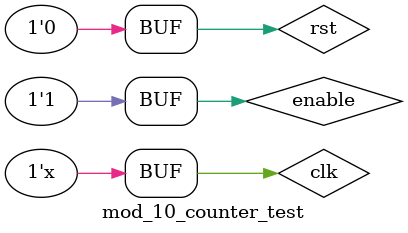
<source format=v>
`timescale 1ns / 1ps


module mod_10_counter_test;

	// Inputs
	reg clk;
	reg rst;
	reg enable;

	// Outputs
	wire [3:0] counter_output;

	// Instantiate the Unit Under Test (UUT)
	mod_10_counter uut (
		.clk(clk), 
		.rst(rst), 
		.enable(enable), 
		.counter_output(counter_output)
	);

	always
#50 clk= ~ clk;

initial begin
clk=0;
// Initialize Inputs
rst = 0;
enable = 0;
#100;
rst=0;
enable=1;
#100;
rst=0;
enable=1;


// Wait 100 ns for global reset to finish
#100;
end
      
endmodule


</source>
